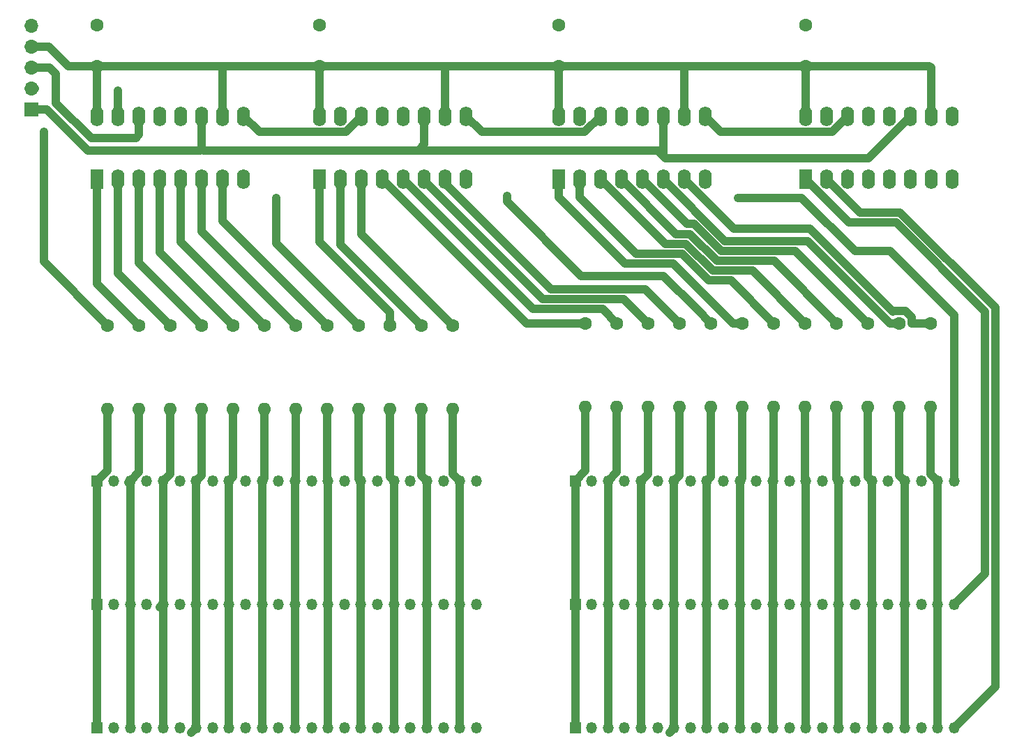
<source format=gbr>
%TF.GenerationSoftware,KiCad,Pcbnew,(5.1.9-0-10_14)*%
%TF.CreationDate,2021-03-14T17:55:17-04:00*%
%TF.ProjectId,LED Display,4c454420-4469-4737-906c-61792e6b6963,rev?*%
%TF.SameCoordinates,Original*%
%TF.FileFunction,Copper,L1,Top*%
%TF.FilePolarity,Positive*%
%FSLAX46Y46*%
G04 Gerber Fmt 4.6, Leading zero omitted, Abs format (unit mm)*
G04 Created by KiCad (PCBNEW (5.1.9-0-10_14)) date 2021-03-14 17:55:17*
%MOMM*%
%LPD*%
G01*
G04 APERTURE LIST*
%TA.AperFunction,ComponentPad*%
%ADD10R,1.350000X1.350000*%
%TD*%
%TA.AperFunction,ComponentPad*%
%ADD11O,1.350000X1.350000*%
%TD*%
%TA.AperFunction,ComponentPad*%
%ADD12C,1.600000*%
%TD*%
%TA.AperFunction,ComponentPad*%
%ADD13R,1.700000X1.700000*%
%TD*%
%TA.AperFunction,ComponentPad*%
%ADD14O,1.700000X1.700000*%
%TD*%
%TA.AperFunction,ComponentPad*%
%ADD15O,1.600000X1.600000*%
%TD*%
%TA.AperFunction,ComponentPad*%
%ADD16O,1.600000X2.400000*%
%TD*%
%TA.AperFunction,ComponentPad*%
%ADD17R,1.600000X2.400000*%
%TD*%
%TA.AperFunction,ViaPad*%
%ADD18C,0.800000*%
%TD*%
%TA.AperFunction,Conductor*%
%ADD19C,1.000000*%
%TD*%
G04 APERTURE END LIST*
D10*
%TO.P,Display6,1*%
%TO.N,Net-(Display2-Pad1)*%
X102500000Y-101650000D03*
D11*
%TO.P,Display6,2*%
%TO.N,Net-(Display5-Pad10)*%
X104500000Y-101650000D03*
%TO.P,Display6,3*%
%TO.N,Net-(Display2-Pad3)*%
X106500000Y-101650000D03*
%TO.P,Display6,4*%
%TO.N,Net-(Display5-Pad10)*%
X108500000Y-101650000D03*
%TO.P,Display6,5*%
%TO.N,Net-(Display2-Pad5)*%
X110500000Y-101650000D03*
%TO.P,Display6,6*%
%TO.N,Net-(Display5-Pad10)*%
X112500000Y-101650000D03*
%TO.P,Display6,7*%
%TO.N,Net-(Display2-Pad7)*%
X114500000Y-101650000D03*
%TO.P,Display6,8*%
%TO.N,Net-(Display5-Pad10)*%
X116500000Y-101650000D03*
%TO.P,Display6,9*%
%TO.N,Net-(Display2-Pad9)*%
X118500000Y-101650000D03*
%TO.P,Display6,10*%
%TO.N,Net-(Display5-Pad10)*%
X120500000Y-101650000D03*
%TO.P,Display6,11*%
%TO.N,Net-(Display2-Pad11)*%
X122500000Y-101650000D03*
%TO.P,Display6,12*%
%TO.N,Net-(Display5-Pad10)*%
X124500000Y-101650000D03*
%TO.P,Display6,13*%
%TO.N,Net-(Display2-Pad13)*%
X126500000Y-101650000D03*
%TO.P,Display6,14*%
%TO.N,Net-(Display5-Pad10)*%
X128500000Y-101650000D03*
%TO.P,Display6,15*%
%TO.N,Net-(Display2-Pad15)*%
X130500000Y-101650000D03*
%TO.P,Display6,16*%
%TO.N,Net-(Display5-Pad10)*%
X132500000Y-101650000D03*
%TO.P,Display6,17*%
%TO.N,Net-(Display2-Pad17)*%
X134500000Y-101650000D03*
%TO.P,Display6,18*%
%TO.N,Net-(Display5-Pad10)*%
X136500000Y-101650000D03*
%TO.P,Display6,19*%
%TO.N,Net-(Display2-Pad19)*%
X138500000Y-101650000D03*
%TO.P,Display6,20*%
%TO.N,Net-(Display5-Pad10)*%
X140500000Y-101650000D03*
%TO.P,Display6,21*%
%TO.N,Net-(Display2-Pad21)*%
X142500000Y-101650000D03*
%TO.P,Display6,22*%
%TO.N,Net-(Display5-Pad10)*%
X144500000Y-101650000D03*
%TO.P,Display6,23*%
%TO.N,Net-(Display2-Pad23)*%
X146500000Y-101650000D03*
%TO.P,Display6,24*%
%TO.N,Net-(Display5-Pad10)*%
X148500000Y-101650000D03*
%TD*%
D12*
%TO.P,C1,2*%
%TO.N,GND*%
X44500000Y-16250000D03*
%TO.P,C1,1*%
%TO.N,+5V*%
X44500000Y-21250000D03*
%TD*%
%TO.P,C2,1*%
%TO.N,+5V*%
X71500000Y-21250000D03*
%TO.P,C2,2*%
%TO.N,GND*%
X71500000Y-16250000D03*
%TD*%
%TO.P,C3,1*%
%TO.N,+5V*%
X100500000Y-21250000D03*
%TO.P,C3,2*%
%TO.N,GND*%
X100500000Y-16250000D03*
%TD*%
%TO.P,C4,2*%
%TO.N,+5V*%
X130500000Y-21250000D03*
%TO.P,C4,1*%
%TO.N,GND*%
X130500000Y-16250000D03*
%TD*%
D11*
%TO.P,Display1,24*%
%TO.N,Net-(Display1-Pad10)*%
X90500000Y-71650000D03*
%TO.P,Display1,23*%
%TO.N,Net-(Display1-Pad23)*%
X88500000Y-71650000D03*
%TO.P,Display1,22*%
%TO.N,Net-(Display1-Pad10)*%
X86500000Y-71650000D03*
%TO.P,Display1,21*%
%TO.N,Net-(Display1-Pad21)*%
X84500000Y-71650000D03*
%TO.P,Display1,20*%
%TO.N,Net-(Display1-Pad10)*%
X82500000Y-71650000D03*
%TO.P,Display1,19*%
%TO.N,Net-(Display1-Pad19)*%
X80500000Y-71650000D03*
%TO.P,Display1,18*%
%TO.N,Net-(Display1-Pad10)*%
X78500000Y-71650000D03*
%TO.P,Display1,17*%
%TO.N,Net-(Display1-Pad17)*%
X76500000Y-71650000D03*
%TO.P,Display1,16*%
%TO.N,Net-(Display1-Pad10)*%
X74500000Y-71650000D03*
%TO.P,Display1,15*%
%TO.N,Net-(Display1-Pad15)*%
X72500000Y-71650000D03*
%TO.P,Display1,14*%
%TO.N,Net-(Display1-Pad10)*%
X70500000Y-71650000D03*
%TO.P,Display1,13*%
%TO.N,Net-(Display1-Pad13)*%
X68500000Y-71650000D03*
%TO.P,Display1,12*%
%TO.N,Net-(Display1-Pad10)*%
X66500000Y-71650000D03*
%TO.P,Display1,11*%
%TO.N,Net-(Display1-Pad11)*%
X64500000Y-71650000D03*
%TO.P,Display1,10*%
%TO.N,Net-(Display1-Pad10)*%
X62500000Y-71650000D03*
%TO.P,Display1,9*%
%TO.N,Net-(Display1-Pad9)*%
X60500000Y-71650000D03*
%TO.P,Display1,8*%
%TO.N,Net-(Display1-Pad10)*%
X58500000Y-71650000D03*
%TO.P,Display1,7*%
%TO.N,Net-(Display1-Pad7)*%
X56500000Y-71650000D03*
%TO.P,Display1,6*%
%TO.N,Net-(Display1-Pad10)*%
X54500000Y-71650000D03*
%TO.P,Display1,5*%
%TO.N,Net-(Display1-Pad5)*%
X52500000Y-71650000D03*
%TO.P,Display1,4*%
%TO.N,Net-(Display1-Pad10)*%
X50500000Y-71650000D03*
%TO.P,Display1,3*%
%TO.N,Net-(Display1-Pad3)*%
X48500000Y-71650000D03*
%TO.P,Display1,2*%
%TO.N,Net-(Display1-Pad10)*%
X46500000Y-71650000D03*
D10*
%TO.P,Display1,1*%
%TO.N,Net-(Display1-Pad1)*%
X44500000Y-71650000D03*
%TD*%
%TO.P,Display2,1*%
%TO.N,Net-(Display2-Pad1)*%
X102500000Y-71650000D03*
D11*
%TO.P,Display2,2*%
%TO.N,Net-(Display1-Pad10)*%
X104500000Y-71650000D03*
%TO.P,Display2,3*%
%TO.N,Net-(Display2-Pad3)*%
X106500000Y-71650000D03*
%TO.P,Display2,4*%
%TO.N,Net-(Display1-Pad10)*%
X108500000Y-71650000D03*
%TO.P,Display2,5*%
%TO.N,Net-(Display2-Pad5)*%
X110500000Y-71650000D03*
%TO.P,Display2,6*%
%TO.N,Net-(Display1-Pad10)*%
X112500000Y-71650000D03*
%TO.P,Display2,7*%
%TO.N,Net-(Display2-Pad7)*%
X114500000Y-71650000D03*
%TO.P,Display2,8*%
%TO.N,Net-(Display1-Pad10)*%
X116500000Y-71650000D03*
%TO.P,Display2,9*%
%TO.N,Net-(Display2-Pad9)*%
X118500000Y-71650000D03*
%TO.P,Display2,10*%
%TO.N,Net-(Display1-Pad10)*%
X120500000Y-71650000D03*
%TO.P,Display2,11*%
%TO.N,Net-(Display2-Pad11)*%
X122500000Y-71650000D03*
%TO.P,Display2,12*%
%TO.N,Net-(Display1-Pad10)*%
X124500000Y-71650000D03*
%TO.P,Display2,13*%
%TO.N,Net-(Display2-Pad13)*%
X126500000Y-71650000D03*
%TO.P,Display2,14*%
%TO.N,Net-(Display1-Pad10)*%
X128500000Y-71650000D03*
%TO.P,Display2,15*%
%TO.N,Net-(Display2-Pad15)*%
X130500000Y-71650000D03*
%TO.P,Display2,16*%
%TO.N,Net-(Display1-Pad10)*%
X132500000Y-71650000D03*
%TO.P,Display2,17*%
%TO.N,Net-(Display2-Pad17)*%
X134500000Y-71650000D03*
%TO.P,Display2,18*%
%TO.N,Net-(Display1-Pad10)*%
X136500000Y-71650000D03*
%TO.P,Display2,19*%
%TO.N,Net-(Display2-Pad19)*%
X138500000Y-71650000D03*
%TO.P,Display2,20*%
%TO.N,Net-(Display1-Pad10)*%
X140500000Y-71650000D03*
%TO.P,Display2,21*%
%TO.N,Net-(Display2-Pad21)*%
X142500000Y-71650000D03*
%TO.P,Display2,22*%
%TO.N,Net-(Display1-Pad10)*%
X144500000Y-71650000D03*
%TO.P,Display2,23*%
%TO.N,Net-(Display2-Pad23)*%
X146500000Y-71650000D03*
%TO.P,Display2,24*%
%TO.N,Net-(Display1-Pad10)*%
X148500000Y-71650000D03*
%TD*%
%TO.P,Display3,24*%
%TO.N,Net-(Display3-Pad10)*%
X90500000Y-86650000D03*
%TO.P,Display3,23*%
%TO.N,Net-(Display1-Pad23)*%
X88500000Y-86650000D03*
%TO.P,Display3,22*%
%TO.N,Net-(Display3-Pad10)*%
X86500000Y-86650000D03*
%TO.P,Display3,21*%
%TO.N,Net-(Display1-Pad21)*%
X84500000Y-86650000D03*
%TO.P,Display3,20*%
%TO.N,Net-(Display3-Pad10)*%
X82500000Y-86650000D03*
%TO.P,Display3,19*%
%TO.N,Net-(Display1-Pad19)*%
X80500000Y-86650000D03*
%TO.P,Display3,18*%
%TO.N,Net-(Display3-Pad10)*%
X78500000Y-86650000D03*
%TO.P,Display3,17*%
%TO.N,Net-(Display1-Pad17)*%
X76500000Y-86650000D03*
%TO.P,Display3,16*%
%TO.N,Net-(Display3-Pad10)*%
X74500000Y-86650000D03*
%TO.P,Display3,15*%
%TO.N,Net-(Display1-Pad15)*%
X72500000Y-86650000D03*
%TO.P,Display3,14*%
%TO.N,Net-(Display3-Pad10)*%
X70500000Y-86650000D03*
%TO.P,Display3,13*%
%TO.N,Net-(Display1-Pad13)*%
X68500000Y-86650000D03*
%TO.P,Display3,12*%
%TO.N,Net-(Display3-Pad10)*%
X66500000Y-86650000D03*
%TO.P,Display3,11*%
%TO.N,Net-(Display1-Pad11)*%
X64500000Y-86650000D03*
%TO.P,Display3,10*%
%TO.N,Net-(Display3-Pad10)*%
X62500000Y-86650000D03*
%TO.P,Display3,9*%
%TO.N,Net-(Display1-Pad9)*%
X60500000Y-86650000D03*
%TO.P,Display3,8*%
%TO.N,Net-(Display3-Pad10)*%
X58500000Y-86650000D03*
%TO.P,Display3,7*%
%TO.N,Net-(Display1-Pad7)*%
X56500000Y-86650000D03*
%TO.P,Display3,6*%
%TO.N,Net-(Display3-Pad10)*%
X54500000Y-86650000D03*
%TO.P,Display3,5*%
%TO.N,Net-(Display1-Pad5)*%
X52500000Y-86650000D03*
%TO.P,Display3,4*%
%TO.N,Net-(Display3-Pad10)*%
X50500000Y-86650000D03*
%TO.P,Display3,3*%
%TO.N,Net-(Display1-Pad3)*%
X48500000Y-86650000D03*
%TO.P,Display3,2*%
%TO.N,Net-(Display3-Pad10)*%
X46500000Y-86650000D03*
D10*
%TO.P,Display3,1*%
%TO.N,Net-(Display1-Pad1)*%
X44500000Y-86650000D03*
%TD*%
D11*
%TO.P,Display4,24*%
%TO.N,Net-(Display3-Pad10)*%
X148500000Y-86650000D03*
%TO.P,Display4,23*%
%TO.N,Net-(Display2-Pad23)*%
X146500000Y-86650000D03*
%TO.P,Display4,22*%
%TO.N,Net-(Display3-Pad10)*%
X144500000Y-86650000D03*
%TO.P,Display4,21*%
%TO.N,Net-(Display2-Pad21)*%
X142500000Y-86650000D03*
%TO.P,Display4,20*%
%TO.N,Net-(Display3-Pad10)*%
X140500000Y-86650000D03*
%TO.P,Display4,19*%
%TO.N,Net-(Display2-Pad19)*%
X138500000Y-86650000D03*
%TO.P,Display4,18*%
%TO.N,Net-(Display3-Pad10)*%
X136500000Y-86650000D03*
%TO.P,Display4,17*%
%TO.N,Net-(Display2-Pad17)*%
X134500000Y-86650000D03*
%TO.P,Display4,16*%
%TO.N,Net-(Display3-Pad10)*%
X132500000Y-86650000D03*
%TO.P,Display4,15*%
%TO.N,Net-(Display2-Pad15)*%
X130500000Y-86650000D03*
%TO.P,Display4,14*%
%TO.N,Net-(Display3-Pad10)*%
X128500000Y-86650000D03*
%TO.P,Display4,13*%
%TO.N,Net-(Display2-Pad13)*%
X126500000Y-86650000D03*
%TO.P,Display4,12*%
%TO.N,Net-(Display3-Pad10)*%
X124500000Y-86650000D03*
%TO.P,Display4,11*%
%TO.N,Net-(Display2-Pad11)*%
X122500000Y-86650000D03*
%TO.P,Display4,10*%
%TO.N,Net-(Display3-Pad10)*%
X120500000Y-86650000D03*
%TO.P,Display4,9*%
%TO.N,Net-(Display2-Pad9)*%
X118500000Y-86650000D03*
%TO.P,Display4,8*%
%TO.N,Net-(Display3-Pad10)*%
X116500000Y-86650000D03*
%TO.P,Display4,7*%
%TO.N,Net-(Display2-Pad7)*%
X114500000Y-86650000D03*
%TO.P,Display4,6*%
%TO.N,Net-(Display3-Pad10)*%
X112500000Y-86650000D03*
%TO.P,Display4,5*%
%TO.N,Net-(Display2-Pad5)*%
X110500000Y-86650000D03*
%TO.P,Display4,4*%
%TO.N,Net-(Display3-Pad10)*%
X108500000Y-86650000D03*
%TO.P,Display4,3*%
%TO.N,Net-(Display2-Pad3)*%
X106500000Y-86650000D03*
%TO.P,Display4,2*%
%TO.N,Net-(Display3-Pad10)*%
X104500000Y-86650000D03*
D10*
%TO.P,Display4,1*%
%TO.N,Net-(Display2-Pad1)*%
X102500000Y-86650000D03*
%TD*%
%TO.P,Display5,1*%
%TO.N,Net-(Display1-Pad1)*%
X44500000Y-101650000D03*
D11*
%TO.P,Display5,2*%
%TO.N,Net-(Display5-Pad10)*%
X46500000Y-101650000D03*
%TO.P,Display5,3*%
%TO.N,Net-(Display1-Pad3)*%
X48500000Y-101650000D03*
%TO.P,Display5,4*%
%TO.N,Net-(Display5-Pad10)*%
X50500000Y-101650000D03*
%TO.P,Display5,5*%
%TO.N,Net-(Display1-Pad5)*%
X52500000Y-101650000D03*
%TO.P,Display5,6*%
%TO.N,Net-(Display5-Pad10)*%
X54500000Y-101650000D03*
%TO.P,Display5,7*%
%TO.N,Net-(Display1-Pad7)*%
X56500000Y-101650000D03*
%TO.P,Display5,8*%
%TO.N,Net-(Display5-Pad10)*%
X58500000Y-101650000D03*
%TO.P,Display5,9*%
%TO.N,Net-(Display1-Pad9)*%
X60500000Y-101650000D03*
%TO.P,Display5,10*%
%TO.N,Net-(Display5-Pad10)*%
X62500000Y-101650000D03*
%TO.P,Display5,11*%
%TO.N,Net-(Display1-Pad11)*%
X64500000Y-101650000D03*
%TO.P,Display5,12*%
%TO.N,Net-(Display5-Pad10)*%
X66500000Y-101650000D03*
%TO.P,Display5,13*%
%TO.N,Net-(Display1-Pad13)*%
X68500000Y-101650000D03*
%TO.P,Display5,14*%
%TO.N,Net-(Display5-Pad10)*%
X70500000Y-101650000D03*
%TO.P,Display5,15*%
%TO.N,Net-(Display1-Pad15)*%
X72500000Y-101650000D03*
%TO.P,Display5,16*%
%TO.N,Net-(Display5-Pad10)*%
X74500000Y-101650000D03*
%TO.P,Display5,17*%
%TO.N,Net-(Display1-Pad17)*%
X76500000Y-101650000D03*
%TO.P,Display5,18*%
%TO.N,Net-(Display5-Pad10)*%
X78500000Y-101650000D03*
%TO.P,Display5,19*%
%TO.N,Net-(Display1-Pad19)*%
X80500000Y-101650000D03*
%TO.P,Display5,20*%
%TO.N,Net-(Display5-Pad10)*%
X82500000Y-101650000D03*
%TO.P,Display5,21*%
%TO.N,Net-(Display1-Pad21)*%
X84500000Y-101650000D03*
%TO.P,Display5,22*%
%TO.N,Net-(Display5-Pad10)*%
X86500000Y-101650000D03*
%TO.P,Display5,23*%
%TO.N,Net-(Display1-Pad23)*%
X88500000Y-101650000D03*
%TO.P,Display5,24*%
%TO.N,Net-(Display5-Pad10)*%
X90500000Y-101650000D03*
%TD*%
D13*
%TO.P,J1,1*%
%TO.N,Net-(J1-Pad1)*%
X36500000Y-26500000D03*
D14*
%TO.P,J1,2*%
%TO.N,Net-(J1-Pad2)*%
X36500000Y-23960000D03*
%TO.P,J1,3*%
%TO.N,Net-(J1-Pad3)*%
X36500000Y-21420000D03*
%TO.P,J1,4*%
%TO.N,+5V*%
X36500000Y-18880000D03*
%TO.P,J1,5*%
%TO.N,GND*%
X36500000Y-16340000D03*
%TD*%
D12*
%TO.P,R1,1*%
%TO.N,Net-(R1-Pad1)*%
X45750000Y-52750000D03*
D15*
%TO.P,R1,2*%
%TO.N,Net-(Display1-Pad1)*%
X45750000Y-62910000D03*
%TD*%
%TO.P,R2,2*%
%TO.N,Net-(Display1-Pad3)*%
X49560000Y-62910000D03*
D12*
%TO.P,R2,1*%
%TO.N,Net-(R2-Pad1)*%
X49560000Y-52750000D03*
%TD*%
%TO.P,R3,1*%
%TO.N,Net-(R3-Pad1)*%
X53370000Y-52750000D03*
D15*
%TO.P,R3,2*%
%TO.N,Net-(Display1-Pad5)*%
X53370000Y-62910000D03*
%TD*%
D12*
%TO.P,R4,1*%
%TO.N,Net-(R4-Pad1)*%
X57180000Y-52750000D03*
D15*
%TO.P,R4,2*%
%TO.N,Net-(Display1-Pad7)*%
X57180000Y-62910000D03*
%TD*%
D12*
%TO.P,R5,1*%
%TO.N,Net-(R5-Pad1)*%
X60990000Y-52750000D03*
D15*
%TO.P,R5,2*%
%TO.N,Net-(Display1-Pad9)*%
X60990000Y-62910000D03*
%TD*%
%TO.P,R6,2*%
%TO.N,Net-(Display1-Pad11)*%
X64800000Y-62910000D03*
D12*
%TO.P,R6,1*%
%TO.N,Net-(R6-Pad1)*%
X64800000Y-52750000D03*
%TD*%
%TO.P,R7,1*%
%TO.N,Net-(R7-Pad1)*%
X68610000Y-52750000D03*
D15*
%TO.P,R7,2*%
%TO.N,Net-(Display1-Pad13)*%
X68610000Y-62910000D03*
%TD*%
%TO.P,R8,2*%
%TO.N,Net-(Display1-Pad15)*%
X72420000Y-62910000D03*
D12*
%TO.P,R8,1*%
%TO.N,Net-(R8-Pad1)*%
X72420000Y-52750000D03*
%TD*%
D15*
%TO.P,R9,2*%
%TO.N,Net-(Display1-Pad17)*%
X76230000Y-62910000D03*
D12*
%TO.P,R9,1*%
%TO.N,Net-(R9-Pad1)*%
X76230000Y-52750000D03*
%TD*%
%TO.P,R10,1*%
%TO.N,Net-(R10-Pad1)*%
X80040000Y-52750000D03*
D15*
%TO.P,R10,2*%
%TO.N,Net-(Display1-Pad19)*%
X80040000Y-62910000D03*
%TD*%
%TO.P,R11,2*%
%TO.N,Net-(Display1-Pad21)*%
X83850000Y-62910000D03*
D12*
%TO.P,R11,1*%
%TO.N,Net-(R11-Pad1)*%
X83850000Y-52750000D03*
%TD*%
%TO.P,R12,1*%
%TO.N,Net-(R12-Pad1)*%
X87660000Y-52750000D03*
D15*
%TO.P,R12,2*%
%TO.N,Net-(Display1-Pad23)*%
X87660000Y-62910000D03*
%TD*%
D12*
%TO.P,R13,1*%
%TO.N,Net-(R13-Pad1)*%
X103750000Y-52500000D03*
D15*
%TO.P,R13,2*%
%TO.N,Net-(Display2-Pad1)*%
X103750000Y-62660000D03*
%TD*%
%TO.P,R14,2*%
%TO.N,Net-(Display2-Pad3)*%
X107560000Y-62660000D03*
D12*
%TO.P,R14,1*%
%TO.N,Net-(R14-Pad1)*%
X107560000Y-52500000D03*
%TD*%
D15*
%TO.P,R15,2*%
%TO.N,Net-(Display2-Pad5)*%
X111370000Y-62660000D03*
D12*
%TO.P,R15,1*%
%TO.N,Net-(R15-Pad1)*%
X111370000Y-52500000D03*
%TD*%
%TO.P,R16,1*%
%TO.N,Net-(R16-Pad1)*%
X115180000Y-52500000D03*
D15*
%TO.P,R16,2*%
%TO.N,Net-(Display2-Pad7)*%
X115180000Y-62660000D03*
%TD*%
%TO.P,R17,2*%
%TO.N,Net-(Display2-Pad9)*%
X118990000Y-62660000D03*
D12*
%TO.P,R17,1*%
%TO.N,Net-(R17-Pad1)*%
X118990000Y-52500000D03*
%TD*%
%TO.P,R18,1*%
%TO.N,Net-(R18-Pad1)*%
X122800000Y-52500000D03*
D15*
%TO.P,R18,2*%
%TO.N,Net-(Display2-Pad11)*%
X122800000Y-62660000D03*
%TD*%
%TO.P,R19,2*%
%TO.N,Net-(Display2-Pad13)*%
X126610000Y-62660000D03*
D12*
%TO.P,R19,1*%
%TO.N,Net-(R19-Pad1)*%
X126610000Y-52500000D03*
%TD*%
%TO.P,R20,1*%
%TO.N,Net-(R20-Pad1)*%
X130420000Y-52500000D03*
D15*
%TO.P,R20,2*%
%TO.N,Net-(Display2-Pad15)*%
X130420000Y-62660000D03*
%TD*%
%TO.P,R21,2*%
%TO.N,Net-(Display2-Pad17)*%
X134230000Y-62660000D03*
D12*
%TO.P,R21,1*%
%TO.N,Net-(R21-Pad1)*%
X134230000Y-52500000D03*
%TD*%
%TO.P,R22,1*%
%TO.N,Net-(R22-Pad1)*%
X138040000Y-52500000D03*
D15*
%TO.P,R22,2*%
%TO.N,Net-(Display2-Pad19)*%
X138040000Y-62660000D03*
%TD*%
%TO.P,R23,2*%
%TO.N,Net-(Display2-Pad21)*%
X141850000Y-62660000D03*
D12*
%TO.P,R23,1*%
%TO.N,Net-(R23-Pad1)*%
X141850000Y-52500000D03*
%TD*%
D15*
%TO.P,R24,2*%
%TO.N,Net-(Display2-Pad23)*%
X145660000Y-62660000D03*
D12*
%TO.P,R24,1*%
%TO.N,Net-(R24-Pad1)*%
X145660000Y-52500000D03*
%TD*%
D16*
%TO.P,U1,16*%
%TO.N,+5V*%
X44500000Y-27380000D03*
%TO.P,U1,8*%
%TO.N,GND*%
X62280000Y-35000000D03*
%TO.P,U1,15*%
%TO.N,Net-(R1-Pad1)*%
X47040000Y-27380000D03*
%TO.P,U1,7*%
%TO.N,Net-(R8-Pad1)*%
X59740000Y-35000000D03*
%TO.P,U1,14*%
%TO.N,Net-(J1-Pad3)*%
X49580000Y-27380000D03*
%TO.P,U1,6*%
%TO.N,Net-(R7-Pad1)*%
X57200000Y-35000000D03*
%TO.P,U1,13*%
%TO.N,GND*%
X52120000Y-27380000D03*
%TO.P,U1,5*%
%TO.N,Net-(R6-Pad1)*%
X54660000Y-35000000D03*
%TO.P,U1,12*%
%TO.N,Net-(J1-Pad2)*%
X54660000Y-27380000D03*
%TO.P,U1,4*%
%TO.N,Net-(R5-Pad1)*%
X52120000Y-35000000D03*
%TO.P,U1,11*%
%TO.N,Net-(J1-Pad1)*%
X57200000Y-27380000D03*
%TO.P,U1,3*%
%TO.N,Net-(R4-Pad1)*%
X49580000Y-35000000D03*
%TO.P,U1,10*%
%TO.N,+5V*%
X59740000Y-27380000D03*
%TO.P,U1,2*%
%TO.N,Net-(R3-Pad1)*%
X47040000Y-35000000D03*
%TO.P,U1,9*%
%TO.N,Net-(U1-Pad9)*%
X62280000Y-27380000D03*
D17*
%TO.P,U1,1*%
%TO.N,Net-(R2-Pad1)*%
X44500000Y-35000000D03*
%TD*%
%TO.P,U2,1*%
%TO.N,Net-(R10-Pad1)*%
X71500000Y-35000000D03*
D16*
%TO.P,U2,9*%
%TO.N,Net-(U2-Pad9)*%
X89280000Y-27380000D03*
%TO.P,U2,2*%
%TO.N,Net-(R11-Pad1)*%
X74040000Y-35000000D03*
%TO.P,U2,10*%
%TO.N,+5V*%
X86740000Y-27380000D03*
%TO.P,U2,3*%
%TO.N,Net-(R12-Pad1)*%
X76580000Y-35000000D03*
%TO.P,U2,11*%
%TO.N,Net-(J1-Pad1)*%
X84200000Y-27380000D03*
%TO.P,U2,4*%
%TO.N,Net-(R13-Pad1)*%
X79120000Y-35000000D03*
%TO.P,U2,12*%
%TO.N,Net-(J1-Pad2)*%
X81660000Y-27380000D03*
%TO.P,U2,5*%
%TO.N,Net-(R14-Pad1)*%
X81660000Y-35000000D03*
%TO.P,U2,13*%
%TO.N,GND*%
X79120000Y-27380000D03*
%TO.P,U2,6*%
%TO.N,Net-(R15-Pad1)*%
X84200000Y-35000000D03*
%TO.P,U2,14*%
%TO.N,Net-(U1-Pad9)*%
X76580000Y-27380000D03*
%TO.P,U2,7*%
%TO.N,Net-(R16-Pad1)*%
X86740000Y-35000000D03*
%TO.P,U2,15*%
%TO.N,Net-(R9-Pad1)*%
X74040000Y-27380000D03*
%TO.P,U2,8*%
%TO.N,GND*%
X89280000Y-35000000D03*
%TO.P,U2,16*%
%TO.N,+5V*%
X71500000Y-27380000D03*
%TD*%
%TO.P,U3,16*%
%TO.N,+5V*%
X100500000Y-27380000D03*
%TO.P,U3,8*%
%TO.N,GND*%
X118280000Y-35000000D03*
%TO.P,U3,15*%
%TO.N,Net-(R17-Pad1)*%
X103040000Y-27380000D03*
%TO.P,U3,7*%
%TO.N,Net-(R24-Pad1)*%
X115740000Y-35000000D03*
%TO.P,U3,14*%
%TO.N,Net-(U2-Pad9)*%
X105580000Y-27380000D03*
%TO.P,U3,6*%
%TO.N,Net-(R23-Pad1)*%
X113200000Y-35000000D03*
%TO.P,U3,13*%
%TO.N,GND*%
X108120000Y-27380000D03*
%TO.P,U3,5*%
%TO.N,Net-(R22-Pad1)*%
X110660000Y-35000000D03*
%TO.P,U3,12*%
%TO.N,Net-(J1-Pad2)*%
X110660000Y-27380000D03*
%TO.P,U3,4*%
%TO.N,Net-(R21-Pad1)*%
X108120000Y-35000000D03*
%TO.P,U3,11*%
%TO.N,Net-(J1-Pad1)*%
X113200000Y-27380000D03*
%TO.P,U3,3*%
%TO.N,Net-(R20-Pad1)*%
X105580000Y-35000000D03*
%TO.P,U3,10*%
%TO.N,+5V*%
X115740000Y-27380000D03*
%TO.P,U3,2*%
%TO.N,Net-(R19-Pad1)*%
X103040000Y-35000000D03*
%TO.P,U3,9*%
%TO.N,Net-(U3-Pad9)*%
X118280000Y-27380000D03*
D17*
%TO.P,U3,1*%
%TO.N,Net-(R18-Pad1)*%
X100500000Y-35000000D03*
%TD*%
%TO.P,U4,1*%
%TO.N,Net-(Display3-Pad10)*%
X130500000Y-35000000D03*
D16*
%TO.P,U4,9*%
%TO.N,Net-(U4-Pad9)*%
X148280000Y-27380000D03*
%TO.P,U4,2*%
%TO.N,Net-(Display5-Pad10)*%
X133040000Y-35000000D03*
%TO.P,U4,10*%
%TO.N,+5V*%
X145740000Y-27380000D03*
%TO.P,U4,3*%
%TO.N,Net-(U4-Pad3)*%
X135580000Y-35000000D03*
%TO.P,U4,11*%
%TO.N,Net-(J1-Pad1)*%
X143200000Y-27380000D03*
%TO.P,U4,4*%
%TO.N,Net-(U4-Pad4)*%
X138120000Y-35000000D03*
%TO.P,U4,12*%
%TO.N,Net-(J1-Pad2)*%
X140660000Y-27380000D03*
%TO.P,U4,5*%
%TO.N,Net-(U4-Pad5)*%
X140660000Y-35000000D03*
%TO.P,U4,13*%
%TO.N,GND*%
X138120000Y-27380000D03*
%TO.P,U4,6*%
%TO.N,Net-(U4-Pad6)*%
X143200000Y-35000000D03*
%TO.P,U4,14*%
%TO.N,Net-(U3-Pad9)*%
X135580000Y-27380000D03*
%TO.P,U4,7*%
%TO.N,Net-(U4-Pad7)*%
X145740000Y-35000000D03*
%TO.P,U4,15*%
%TO.N,Net-(Display1-Pad10)*%
X133040000Y-27380000D03*
%TO.P,U4,8*%
%TO.N,GND*%
X148280000Y-35000000D03*
%TO.P,U4,16*%
%TO.N,+5V*%
X130500000Y-27380000D03*
%TD*%
D18*
%TO.N,Net-(Display1-Pad10)*%
X122250000Y-37250000D03*
%TO.N,Net-(R1-Pad1)*%
X38000000Y-29250000D03*
X47040000Y-24290000D03*
%TO.N,Net-(R9-Pad1)*%
X66250000Y-37250000D03*
X66250000Y-37250000D03*
%TO.N,Net-(R17-Pad1)*%
X94250000Y-37000000D03*
%TD*%
D19*
%TO.N,+5V*%
X130500000Y-21250000D02*
X130500000Y-27380000D01*
X100500000Y-21250000D02*
X100500000Y-27380000D01*
X71500000Y-22000000D02*
X71500000Y-27380000D01*
X44500000Y-22000000D02*
X44500000Y-27380000D01*
X115740000Y-21260000D02*
X115750000Y-21250000D01*
X115740000Y-27380000D02*
X115740000Y-21260000D01*
X130500000Y-21250000D02*
X115750000Y-21250000D01*
X86740000Y-27380000D02*
X86740000Y-21490000D01*
X86740000Y-21490000D02*
X86500000Y-21250000D01*
X115750000Y-21250000D02*
X86500000Y-21250000D01*
X59740000Y-27380000D02*
X59740000Y-21510000D01*
X60000000Y-21250000D02*
X44500000Y-21250000D01*
X59740000Y-21510000D02*
X60000000Y-21250000D01*
X86500000Y-21250000D02*
X60000000Y-21250000D01*
X145500000Y-21250000D02*
X130500000Y-21250000D01*
X145740000Y-21490000D02*
X145500000Y-21250000D01*
X145740000Y-27380000D02*
X145740000Y-21490000D01*
X36500000Y-18880000D02*
X38630000Y-18880000D01*
X41000000Y-21250000D02*
X44500000Y-21250000D01*
X38630000Y-18880000D02*
X41000000Y-21250000D01*
%TO.N,Net-(Display1-Pad10)*%
X148500000Y-51500000D02*
X140750000Y-43750000D01*
X148500000Y-71650000D02*
X148500000Y-51500000D01*
X122250000Y-37250000D02*
X127750000Y-37250000D01*
X140750000Y-43750000D02*
X136500000Y-43750000D01*
X130000000Y-37250000D02*
X127750000Y-37250000D01*
X136500000Y-43750000D02*
X130000000Y-37250000D01*
%TO.N,Net-(Display1-Pad23)*%
X88500000Y-71650000D02*
X88500000Y-101650000D01*
X87660000Y-70810000D02*
X88500000Y-71650000D01*
X87660000Y-62910000D02*
X87660000Y-70810000D01*
%TO.N,Net-(Display1-Pad21)*%
X84500000Y-71650000D02*
X84500000Y-101650000D01*
X83850000Y-71000000D02*
X84500000Y-71650000D01*
X83850000Y-62910000D02*
X83850000Y-71000000D01*
%TO.N,Net-(Display1-Pad19)*%
X80500000Y-86685002D02*
X80500000Y-101650000D01*
X80500000Y-71650000D02*
X80500000Y-86685002D01*
X80040000Y-71190000D02*
X80500000Y-71650000D01*
X80040000Y-62910000D02*
X80040000Y-71190000D01*
%TO.N,Net-(Display1-Pad17)*%
X76500000Y-71650000D02*
X76500000Y-101650000D01*
X76230000Y-71380000D02*
X76500000Y-71650000D01*
X76230000Y-62910000D02*
X76230000Y-71380000D01*
%TO.N,Net-(Display1-Pad15)*%
X72500000Y-101685002D02*
X72500000Y-101650000D01*
X72500000Y-71650000D02*
X72500000Y-101685002D01*
X72420000Y-71570000D02*
X72500000Y-71650000D01*
X72420000Y-62910000D02*
X72420000Y-71570000D01*
%TO.N,Net-(Display1-Pad13)*%
X68500000Y-71650000D02*
X68500000Y-101650000D01*
X68610000Y-71540000D02*
X68500000Y-71650000D01*
X68610000Y-62910000D02*
X68610000Y-71540000D01*
%TO.N,Net-(Display1-Pad11)*%
X64500000Y-101685002D02*
X64500000Y-101650000D01*
X64500000Y-71650000D02*
X64500000Y-101685002D01*
X64800000Y-71350000D02*
X64500000Y-71650000D01*
X64800000Y-62910000D02*
X64800000Y-71350000D01*
%TO.N,Net-(Display1-Pad9)*%
X60500000Y-71650000D02*
X60500000Y-101650000D01*
X60990000Y-71160000D02*
X60500000Y-71650000D01*
X60990000Y-62910000D02*
X60990000Y-71160000D01*
%TO.N,Net-(Display1-Pad7)*%
X56500000Y-101685002D02*
X55930000Y-102255002D01*
X56500000Y-71650000D02*
X56500000Y-101650000D01*
X57180000Y-70970000D02*
X56500000Y-71650000D01*
X57180000Y-62910000D02*
X57180000Y-70970000D01*
%TO.N,Net-(Display1-Pad5)*%
X52120000Y-86994998D02*
X52500000Y-86614998D01*
X52500000Y-71650000D02*
X52500000Y-101650000D01*
X53370000Y-70780000D02*
X52500000Y-71650000D01*
X53370000Y-62910000D02*
X53370000Y-70780000D01*
%TO.N,Net-(Display1-Pad3)*%
X48310000Y-71840000D02*
X48500000Y-71650000D01*
X48500000Y-71650000D02*
X48500000Y-101650000D01*
X49560000Y-70590000D02*
X48500000Y-71650000D01*
X49560000Y-62910000D02*
X49560000Y-70590000D01*
%TO.N,Net-(Display1-Pad1)*%
X44500000Y-71650000D02*
X44500000Y-101650000D01*
X45750000Y-70400000D02*
X44500000Y-71650000D01*
X45750000Y-62910000D02*
X45750000Y-70400000D01*
%TO.N,Net-(Display2-Pad1)*%
X102500000Y-71650000D02*
X102500000Y-101650000D01*
X103750000Y-70400000D02*
X102500000Y-71650000D01*
X103750000Y-62660000D02*
X103750000Y-70400000D01*
%TO.N,Net-(Display2-Pad3)*%
X106500000Y-71650000D02*
X106500000Y-101650000D01*
X107560000Y-70590000D02*
X106500000Y-71650000D01*
X107560000Y-62660000D02*
X107560000Y-70590000D01*
%TO.N,Net-(Display2-Pad5)*%
X110500000Y-101650000D02*
X110500000Y-71650000D01*
X111370000Y-70780000D02*
X110500000Y-71650000D01*
X111370000Y-62660000D02*
X111370000Y-70780000D01*
%TO.N,Net-(Display2-Pad7)*%
X114500000Y-101685002D02*
X113930000Y-102255002D01*
X114500000Y-71650000D02*
X114500000Y-101650000D01*
X115180000Y-70970000D02*
X114500000Y-71650000D01*
X115180000Y-62660000D02*
X115180000Y-70970000D01*
%TO.N,Net-(Display2-Pad9)*%
X118500000Y-71650000D02*
X118500000Y-101650000D01*
X118990000Y-71160000D02*
X118500000Y-71650000D01*
X118990000Y-62660000D02*
X118990000Y-71160000D01*
%TO.N,Net-(Display2-Pad11)*%
X122500000Y-71650000D02*
X122500000Y-101650000D01*
X122800000Y-71350000D02*
X122500000Y-71650000D01*
X122800000Y-62660000D02*
X122800000Y-71350000D01*
%TO.N,Net-(Display2-Pad13)*%
X126500000Y-71650000D02*
X126500000Y-101650000D01*
X126610000Y-71540000D02*
X126500000Y-71650000D01*
X126610000Y-62660000D02*
X126610000Y-71540000D01*
%TO.N,Net-(Display2-Pad15)*%
X130500000Y-71650000D02*
X130500000Y-101650000D01*
X130420000Y-71570000D02*
X130500000Y-71650000D01*
X130420000Y-62660000D02*
X130420000Y-71570000D01*
%TO.N,Net-(Display2-Pad17)*%
X134500000Y-71650000D02*
X134500000Y-101650000D01*
X134230000Y-71380000D02*
X134500000Y-71650000D01*
X134230000Y-62660000D02*
X134230000Y-71380000D01*
%TO.N,Net-(Display2-Pad19)*%
X138500000Y-71650000D02*
X138500000Y-101650000D01*
X138040000Y-71190000D02*
X138500000Y-71650000D01*
X138040000Y-62660000D02*
X138040000Y-71190000D01*
%TO.N,Net-(Display2-Pad21)*%
X142500000Y-101685002D02*
X142500000Y-101650000D01*
X142500000Y-71650000D02*
X142500000Y-101685002D01*
X141850000Y-71000000D02*
X142500000Y-71650000D01*
X141850000Y-62660000D02*
X141850000Y-71000000D01*
%TO.N,Net-(Display2-Pad23)*%
X146500000Y-101650000D02*
X146500000Y-71650000D01*
X145660000Y-70810000D02*
X146500000Y-71650000D01*
X145660000Y-62660000D02*
X145660000Y-70810000D01*
%TO.N,Net-(Display3-Pad10)*%
X141447070Y-40250000D02*
X135750000Y-40250000D01*
X152250000Y-51052930D02*
X141447070Y-40250000D01*
X152250000Y-82900000D02*
X152250000Y-51052930D01*
X135750000Y-40250000D02*
X130500000Y-35000000D01*
X148500000Y-86650000D02*
X152250000Y-82900000D01*
%TO.N,Net-(Display5-Pad10)*%
X153500000Y-96650000D02*
X148500000Y-101650000D01*
X153500000Y-50605860D02*
X153500000Y-96650000D01*
X133058666Y-35000000D02*
X137108656Y-39049990D01*
X141944131Y-39049991D02*
X153500000Y-50605860D01*
X137108656Y-39049990D02*
X141944131Y-39049991D01*
X133040000Y-35000000D02*
X133058666Y-35000000D01*
%TO.N,Net-(J1-Pad1)*%
X143200000Y-27380000D02*
X138080000Y-32500000D01*
X113200000Y-27380000D02*
X113200000Y-32200000D01*
X113200000Y-32200000D02*
X113500000Y-32500000D01*
X138080000Y-32500000D02*
X113500000Y-32500000D01*
%TO.N,Net-(J1-Pad2)*%
X36920002Y-23960000D02*
X36500000Y-23960000D01*
%TO.N,Net-(J1-Pad3)*%
X36500000Y-21420000D02*
X36830000Y-21420000D01*
X49500000Y-27300000D02*
X49500000Y-27441334D01*
X49580000Y-27380000D02*
X49500000Y-27300000D01*
X38670000Y-21420000D02*
X36500000Y-21420000D01*
X39500000Y-25750000D02*
X39500000Y-22250000D01*
X43750000Y-30000000D02*
X39500000Y-25750000D01*
X49160000Y-30000000D02*
X43750000Y-30000000D01*
X49580000Y-29580000D02*
X49160000Y-30000000D01*
X39500000Y-22250000D02*
X38670000Y-21420000D01*
X49580000Y-27380000D02*
X49580000Y-29580000D01*
%TO.N,Net-(R1-Pad1)*%
X38000000Y-45000000D02*
X45750000Y-52750000D01*
X38000000Y-29250000D02*
X38000000Y-45000000D01*
X47040000Y-27380000D02*
X47040000Y-24290000D01*
X47040000Y-24290000D02*
X47040000Y-24290000D01*
%TO.N,Net-(R2-Pad1)*%
X44500000Y-47690000D02*
X49560000Y-52750000D01*
X44500000Y-35000000D02*
X44500000Y-47690000D01*
%TO.N,Net-(R3-Pad1)*%
X47040000Y-46420000D02*
X53370000Y-52750000D01*
X47040000Y-35000000D02*
X47040000Y-46420000D01*
%TO.N,Net-(R4-Pad1)*%
X49580000Y-45150000D02*
X57180000Y-52750000D01*
X49580000Y-35000000D02*
X49580000Y-45150000D01*
%TO.N,Net-(R5-Pad1)*%
X52120000Y-43880000D02*
X60990000Y-52750000D01*
X52120000Y-35000000D02*
X52120000Y-43880000D01*
%TO.N,Net-(R6-Pad1)*%
X54660000Y-42610000D02*
X64800000Y-52750000D01*
X54660000Y-35000000D02*
X54660000Y-42610000D01*
%TO.N,Net-(R7-Pad1)*%
X57200000Y-41340000D02*
X68610000Y-52750000D01*
X57200000Y-35000000D02*
X57200000Y-41340000D01*
%TO.N,Net-(R8-Pad1)*%
X59740000Y-40070000D02*
X72420000Y-52750000D01*
X59740000Y-35000000D02*
X59740000Y-40070000D01*
%TO.N,Net-(R9-Pad1)*%
X66250000Y-42770000D02*
X76230000Y-52750000D01*
X66250000Y-37250000D02*
X66250000Y-42770000D01*
%TO.N,Net-(R10-Pad1)*%
X80040000Y-51160002D02*
X80040000Y-52750000D01*
X71500000Y-42620002D02*
X80040000Y-51160002D01*
X71500000Y-35000000D02*
X71500000Y-42620002D01*
%TO.N,Net-(R11-Pad1)*%
X74040000Y-42940000D02*
X83850000Y-52750000D01*
X74040000Y-35000000D02*
X74040000Y-42940000D01*
%TO.N,Net-(R12-Pad1)*%
X76580000Y-41670000D02*
X87660000Y-52750000D01*
X76580000Y-35000000D02*
X76580000Y-41670000D01*
%TO.N,Net-(R13-Pad1)*%
X96620000Y-52500000D02*
X103750000Y-52500000D01*
X79120000Y-35000000D02*
X96620000Y-52500000D01*
%TO.N,Net-(R14-Pad1)*%
X81660000Y-35000000D02*
X97410000Y-50750000D01*
X105810000Y-50750000D02*
X107560000Y-52500000D01*
X97410000Y-50750000D02*
X105810000Y-50750000D01*
%TO.N,Net-(R15-Pad1)*%
X84200000Y-35000000D02*
X84200000Y-35200000D01*
X108419990Y-49549990D02*
X111370000Y-52500000D01*
X98549990Y-49549990D02*
X108419990Y-49549990D01*
X84200000Y-35200000D02*
X98549990Y-49549990D01*
%TO.N,Net-(R16-Pad1)*%
X86740000Y-35000000D02*
X86740000Y-35240000D01*
X86740000Y-35000000D02*
X86740000Y-35490000D01*
X111029980Y-48349980D02*
X115180000Y-52500000D01*
X99599980Y-48349980D02*
X111029980Y-48349980D01*
X86740000Y-35490000D02*
X99599980Y-48349980D01*
%TO.N,Net-(R17-Pad1)*%
X117240000Y-50750000D02*
X118990000Y-52500000D01*
X113240000Y-46750000D02*
X117240000Y-50750000D01*
X103250000Y-46750000D02*
X113240000Y-46750000D01*
X94250000Y-37750000D02*
X103250000Y-46750000D01*
X94250000Y-37000000D02*
X94250000Y-37750000D01*
%TO.N,Net-(R18-Pad1)*%
X114418685Y-45250055D02*
X121668630Y-52500000D01*
X108550055Y-45250055D02*
X114418685Y-45250055D01*
X100500000Y-37200000D02*
X108550055Y-45250055D01*
X100500000Y-35000000D02*
X100500000Y-37200000D01*
X121668630Y-52500000D02*
X122800000Y-52500000D01*
%TO.N,Net-(R19-Pad1)*%
X115461760Y-44050044D02*
X118711760Y-47300044D01*
X103040000Y-35000000D02*
X103040000Y-37200000D01*
X109890044Y-44050044D02*
X115461760Y-44050044D01*
X118711760Y-47300044D02*
X121410044Y-47300044D01*
X103040000Y-37200000D02*
X109890044Y-44050044D01*
X121410044Y-47300044D02*
X126610000Y-52500000D01*
%TO.N,Net-(R20-Pad1)*%
X113430033Y-42850033D02*
X115958820Y-42850033D01*
X105580000Y-35000000D02*
X113430033Y-42850033D01*
X124020033Y-46100033D02*
X130420000Y-52500000D01*
X115958820Y-42850033D02*
X119208820Y-46100033D01*
X119208820Y-46100033D02*
X124020033Y-46100033D01*
%TO.N,Net-(R21-Pad1)*%
X126630022Y-44900022D02*
X134230000Y-52500000D01*
X119705880Y-44900022D02*
X126630022Y-44900022D01*
X108120000Y-35000000D02*
X114770022Y-41650022D01*
X116455880Y-41650022D02*
X119705880Y-44900022D01*
X114770022Y-41650022D02*
X116455880Y-41650022D01*
%TO.N,Net-(R22-Pad1)*%
X120202940Y-43700011D02*
X129240011Y-43700011D01*
X129240011Y-43700011D02*
X138040000Y-52500000D01*
X116110011Y-40450011D02*
X116952940Y-40450011D01*
X110660000Y-35000000D02*
X116110011Y-40450011D01*
X116952940Y-40450011D02*
X120202940Y-43700011D01*
%TO.N,Net-(R23-Pad1)*%
X140750000Y-52500000D02*
X141850000Y-52500000D01*
X130750000Y-42500000D02*
X140750000Y-52500000D01*
X120700000Y-42500000D02*
X130750000Y-42500000D01*
X113200000Y-35000000D02*
X120700000Y-42500000D01*
%TO.N,Net-(R24-Pad1)*%
X143350001Y-52500000D02*
X145660000Y-52500000D01*
X143350001Y-51779999D02*
X143350001Y-52500000D01*
X142570001Y-50999999D02*
X143350001Y-51779999D01*
X141129999Y-50999999D02*
X142570001Y-50999999D01*
X141064999Y-51064999D02*
X141129999Y-50999999D01*
X121740000Y-41000000D02*
X131000000Y-41000000D01*
X131000000Y-41000000D02*
X141064999Y-51064999D01*
X115740000Y-35000000D02*
X121740000Y-41000000D01*
%TO.N,Net-(U1-Pad9)*%
X64180010Y-29280010D02*
X74679990Y-29280010D01*
X74679990Y-29280010D02*
X76580000Y-27380000D01*
X62280000Y-27380000D02*
X64180010Y-29280010D01*
%TO.N,Net-(U2-Pad9)*%
X103679990Y-29280010D02*
X105580000Y-27380000D01*
X91180010Y-29280010D02*
X103679990Y-29280010D01*
X89280000Y-27380000D02*
X91180010Y-29280010D01*
%TO.N,Net-(U3-Pad9)*%
X133679990Y-29280010D02*
X135580000Y-27380000D01*
X120180010Y-29280010D02*
X133679990Y-29280010D01*
X118280000Y-27380000D02*
X120180010Y-29280010D01*
%TO.N,Net-(J1-Pad1)*%
X83500000Y-31500000D02*
X61320000Y-31500000D01*
X113500000Y-32500000D02*
X112500000Y-31500000D01*
X83500000Y-31500000D02*
X86250000Y-31500000D01*
X86250000Y-31500000D02*
X85500000Y-31500000D01*
X112500000Y-31500000D02*
X86250000Y-31500000D01*
X84200000Y-30800000D02*
X83500000Y-31500000D01*
X84200000Y-27380000D02*
X84200000Y-30800000D01*
X61320000Y-31500000D02*
X57450000Y-31500000D01*
X56950000Y-31500000D02*
X43350000Y-31500000D01*
X57200000Y-31250000D02*
X56950000Y-31500000D01*
X57200000Y-27380000D02*
X57200000Y-31250000D01*
X38350000Y-26500000D02*
X43350000Y-31500000D01*
X36500000Y-26500000D02*
X38350000Y-26500000D01*
%TD*%
M02*

</source>
